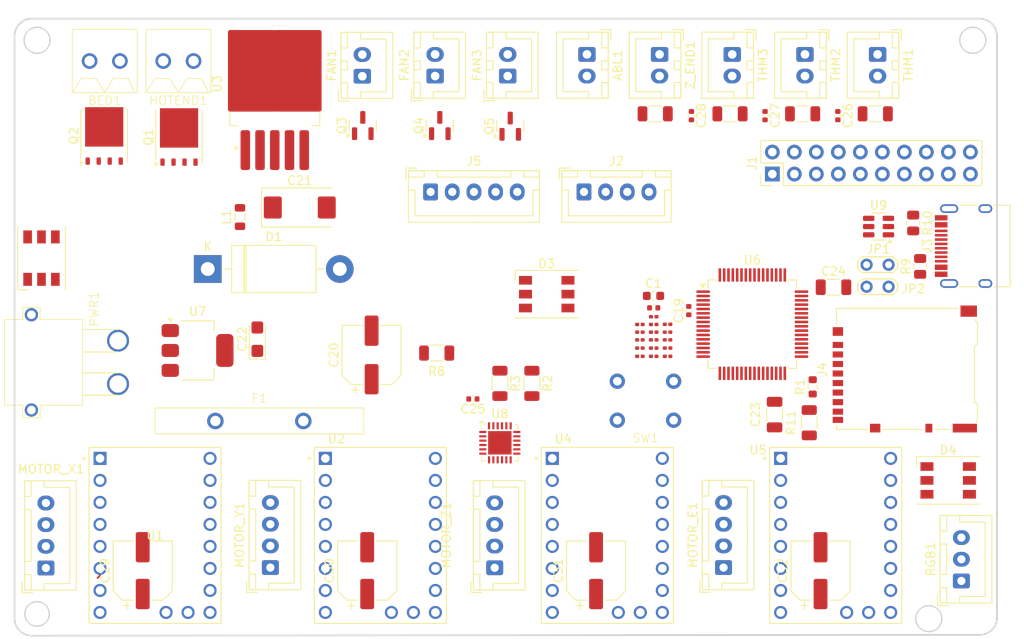
<source format=kicad_pcb>
(kicad_pcb (version 20240108) (generator "pcbnew") (generator_version "8.0")
  (layers (0 "F.Cu" signal) (31 "B.Cu" signal) (34 "B.Paste" user) (35 "F.Paste" user) (36 "B.SilkS" user "B.Silkscreen") (37 "F.SilkS" user "F.Silkscreen") (38 "B.Mask" user) (39 "F.Mask" user) (44 "Edge.Cuts" user))
  (net 0 "")
  (net 1 "ABL")
  (net 2 "GND")
  (net 3 "+24V")
  (net 4 "Net-(BED1-Pin_1)")
  (net 5 "+3V3")
  (net 6 "Net-(U6-NRST)")
  (net 7 "+5V")
  (net 8 "Net-(U6-VCAP_1)")
  (net 9 "Net-(U6-VCAP_2)")
  (net 10 "T0")
  (net 11 "T1")
  (net 12 "T2")
  (net 13 "Net-(D1-K)")
  (net 14 "NEOPIXEL_DIN")
  (net 16 "Net-(D2-DOUT)")
  (net 18 "Net-(D3-DOUT)")
  (net 20 "NEOPIXEL_DOUT")
  (net 21 "Net-(F1-Pad1)")
  (net 22 "Net-(FAN1-Pin_1)")
  (net 23 "Net-(FAN2-Pin_1)")
  (net 24 "Net-(FAN3-Pin_1)")
  (net 25 "Net-(HOTEND1-Pin_1)")
  (net 26 "PC7")
  (net 27 "PA4")
  (net 28 "PB3")
  (net 29 "PB15")
  (net 30 "PA5")
  (net 31 "PA2")
  (net 32 "PA3")
  (net 33 "PC6")
  (net 34 "SCRN_SCL")
  (net 35 "SCRN_SDA")
  (net 36 "/RAW_D+")
  (net 37 "Net-(J3-CC1)")
  (net 38 "VBUS")
  (net 40 "Net-(J3-CC2)")
  (net 42 "SD_D2")
  (net 43 "SD_D0")
  (net 44 "SD_CONN")
  (net 45 "SD_D1")
  (net 46 "SD_D3")
  (net 47 "SD_CMD")
  (net 48 "SD_CLK")
  (net 49 "Net-(JP1-B)")
  (net 50 "Net-(MOTOR_E1-Pin_1)")
  (net 51 "Net-(MOTOR_E1-Pin_4)")
  (net 52 "Net-(MOTOR_E1-Pin_3)")
  (net 53 "Net-(MOTOR_E1-Pin_2)")
  (net 54 "Net-(MOTOR_X1-Pin_3)")
  (net 55 "Net-(MOTOR_X1-Pin_1)")
  (net 56 "Net-(MOTOR_X1-Pin_2)")
  (net 57 "Net-(MOTOR_X1-Pin_4)")
  (net 58 "Net-(MOTOR_Y1-Pin_4)")
  (net 59 "Net-(MOTOR_Y1-Pin_3)")
  (net 60 "Net-(MOTOR_Y1-Pin_1)")
  (net 61 "Net-(MOTOR_Y1-Pin_2)")
  (net 62 "Net-(MOTOR_Z1-Pin_1)")
  (net 63 "Net-(MOTOR_Z1-Pin_3)")
  (net 64 "Net-(MOTOR_Z1-Pin_2)")
  (net 65 "Net-(MOTOR_Z1-Pin_4)")
  (net 66 "HOTEND")
  (net 67 "BED")
  (net 68 "FAN1")
  (net 69 "FAN2")
  (net 70 "FAN3")
  (net 71 "UART_TX")
  (net 72 "DRIVER_UART")
  (net 73 "STEP_SCL")
  (net 74 "STEP_SDA")
  (net 75 "Z_END")
  (net 76 "EN_BTN")
  (net 77 "EN_FOR")
  (net 78 "EN_REV")
  (net 79 "INDEX_X1")
  (net 82 "DRIVER_SPRD")
  (net 83 "EN_X1")
  (net 85 "STEP_X1")
  (net 86 "DIAG_X1")
  (net 87 "DIR_X1")
  (net 90 "DIAG_Y1")
  (net 91 "EN_Y1")
  (net 92 "STEP_Y1")
  (net 93 "DIR_Y1")
  (net 95 "INDEX_Y1")
  (net 96 "DIR_Z1")
  (net 97 "EN_Z1")
  (net 100 "INDEX_Z1")
  (net 101 "STEP_Z1")
  (net 103 "DIAG_Z1")
  (net 104 "EN_E1")
  (net 106 "STEP_E1")
  (net 109 "DIAG_E1")
  (net 110 "INDEX_E1")
  (net 111 "DIR_E1")
  (net 118 "USB_DM")
  (net 119 "USB_DP")
  (net 123 "/RAW_D-")
  (footprint "Capacitor_SMD:CP_Elec_6.3x5.8" (layer "F.Cu") (at 217.104 91.31 90)
    (property "Reference" "C32")
    (property "Value" "100uF")
  )
  (footprint "Capacitor_SMD:C_0201_0603Metric" (layer "F.Cu") (at 196.255 66.575)
    (property "Reference" "C7" (hide yes))
    (property "Value" "100nF")
  )
  (footprint "Package_TO_SOT_SMD:SOT-223-3_TabPin2" (layer "F.Cu") (at 145.2 65.9)
    (property "Reference" "U7")
    (property "Value" "AMS1117-3.3")
  )
  (footprint "Capacitor_SMD:C_0201_0603Metric" (layer "F.Cu") (at 199.45 66.576)
    (property "Reference" "C14" (hide yes))
    (property "Value" "100nF")
  )
  (footprint "Resistor_SMD:R_1206_3216Metric" (layer "F.Cu") (at 223.418 38.588)
    (property "Reference" "R4" (hide yes))
    (property "Value" "4.7k")
  )
  (footprint "Inductor_SMD:L_0805_2012Metric" (layer "F.Cu") (at 150.1 50.5 90)
    (property "Reference" "L1")
    (property "Value" "100uH")
  )
  (footprint "Resistor_SMD:R_1206_3216Metric" (layer "F.Cu") (at 172.8 66.2)
    (property "Reference" "R8")
    (property "Value" "4.7k")
  )
  (footprint "Capacitor_SMD:C_0402_1005Metric" (layer "F.Cu") (at 210.7 38.8 -90)
    (property "Reference" "C27")
    (property "Value" "0.1uF")
  )
  (footprint "Connector_PinHeader_2.54mm:PinHeader_2x10_P2.54mm_Vertical" (layer "F.Cu") (at 211.54 45.54 90)
    (property "Reference" "J1")
    (property "Value" "Conn_02x10_Odd_Even")
  )
  (footprint "LED_SMD:LED_WS2812_PLCC6_5.0x5.0mm_P1.6mm" (layer "F.Cu") (at 185.5 59.4)
    (property "Reference" "D3")
    (property "Value" "WS2812")
  )
  (footprint "Package_DFN_QFN:QFN-24-1EP_4x4mm_P0.5mm_EP2.7x2.7mm" (layer "F.Cu") (at 180.0895 76.558)
    (property "Reference" "U8")
    (property "Value" "AW9523B")
  )
  (footprint "LED_SMD:LED_WS2812_PLCC6_5.0x5.0mm_P1.6mm" (layer "F.Cu") (at 231.836 80.896)
    (property "Reference" "D4")
    (property "Value" "WS2812")
  )
  (footprint "Capacitor_SMD:C_1206_3216Metric" (layer "F.Cu") (at 218.6 58.6)
    (property "Reference" "C24")
    (property "Value" "2.2uF")
  )
  (footprint "Connector_Card:microSD_HC_Hirose_DM3AT-SF-PEJM5" (layer "F.Cu") (at 226.831 68.036 90)
    (property "Reference" "J4")
    (property "Value" "Micro_SD_Card_Det2" (hide yes))
  )
  (footprint "Package_TO_SOT_SMD:SOT-23" (layer "F.Cu") (at 181.29 40.018 90)
    (property "Reference" "Q5")
    (property "Value" "AO3400A")
  )
  (footprint "Connector_JST:JST_XH_B2B-XH-A_1x02_P2.50mm_Vertical" (layer "F.Cu") (at 198.526 31.73 -90)
    (property "Reference" "Z_END1")
    (property "Value" "Conn_01x02_Socket")
  )
  (footprint "Resistor_SMD:R_1206_3216Metric" (layer "F.Cu") (at 206.654 38.588)
    (property "Reference" "R7" (hide yes))
    (property "Value" "4.7k")
  )
  (footprint "Capacitor_SMD:C_0201_0603Metric" (layer "F.Cu") (at 196.255 63.789)
    (property "Reference" "C4" (hide yes))
    (property "Value" "100nF")
  )
  (footprint "Capacitor_SMD:CP_Elec_6.3x5.9" (layer "F.Cu") (at 165.288 66.418 90)
    (property "Reference" "C20")
    (property "Value" "100uF")
  )
  (footprint "ad-hoc:Fuse_RUEF900" (layer "F.Cu") (at 152.334 74.038)
    (property "Reference" "F1")
    (property "Value" "RUEF900")
  )
  (footprint "Connector_JST:JST_XH_B4B-XH-A_1x04_P2.50mm_Vertical" (layer "F.Cu") (at 127.696 91.006 90)
    (property "Reference" "MOTOR_X1")
    (property "Value" "Conn_01x04_Socket")
  )
  (footprint "Resistor_SMD:R_1206_3216Metric" (layer "F.Cu") (at 183.79 69.7 -90)
    (property "Reference" "R2")
    (property "Value" "4.7k")
  )
  (footprint "Package_TO_SOT_SMD:TO-263-5_TabPin3" (layer "F.Cu") (at 154.112 35.125 90)
    (property "Reference" "U3")
    (property "Value" "LY1576HVS-5")
  )
  (footprint "Connector_JST:JST_XH_B2B-XH-A_1x02_P2.50mm_Vertical" (layer "F.Cu") (at 164.219 34.25 90)
    (property "Reference" "FAN1")
    (property "Value" "Conn_01x02_Socket")
  )
  (footprint "Capacitor_SMD:C_0201_0603Metric" (layer "F.Cu") (at 197.854 62.9)
    (property "Reference" "C9" (hide yes))
    (property "Value" "100nF")
  )
  (footprint "Capacitor_SMD:C_0201_0603Metric" (layer "F.Cu") (at 199.45 65.621)
    (property "Reference" "C18" (hide yes))
    (property "Value" "100nF")
  )
  (footprint "Package_TO_SOT_SMD:SOT-23-6" (layer "F.Cu") (at 223.8 51.6 180)
    (property "Reference" "U9")
    (property "Value" "USBLC6-2SC6")
  )
  (footprint "Capacitor_SMD:C_0201_0603Metric" (layer "F.Cu") (at 199.445 62.881)
    (property "Reference" "C15" (hide yes))
    (property "Value" "100nF")
  )
  (footprint "Capacitor_Tantalum_SMD:CP_EIA-3216-18_Kemet-A" (layer "F.Cu") (at 152.1 64.6 90)
    (property "Reference" "C22")
    (property "Value" "22uF")
  )
  (footprint "Connector_JST:JST_XH_B2B-XH-A_1x02_P2.50mm_Vertical" (layer "F.Cu") (at 206.908 31.73 -90)
    (property "Reference" "THM3")
    (property "Value" "Conn_01x02_Socket")
  )
  (footprint "Capacitor_Tantalum_SMD:CP_EIA-7343-43_Kemet-X" (layer "F.Cu") (at 157 49.4)
    (property "Reference" "C21")
    (property "Value" "1000uF")
  )
  (footprint "ad-hoc:ScrewTerminal-2pin-MKDS_1_2-3_5" (layer "F.Cu") (at 142.99 32.492)
    (property "Reference" "HOTEND1")
    (property "Value" "Conn_01x02_Socket")
  )
  (footprint "Package_TO_SOT_SMD:TDSON-8-1" (layer "F.Cu") (at 143.063 41.264 90)
    (property "Reference" "Q1")
    (property "Value" "FDMS86202")
  )
  (footprint "Resistor_SMD:R_1206_3216Metric" (layer "F.Cu") (at 215.036 38.588)
    (property "Reference" "R6" (hide yes))
    (property "Value" "4.7k")
  )
  (footprint "Capacitor_SMD:C_0201_0603Metric" (layer "F.Cu") (at 196.255 62.9)
    (property "Reference" "C3" (hide yes))
    (property "Value" "100nF")
  )
  (footprint "Package_TO_SOT_SMD:TDSON-8-1" (layer "F.Cu") (at 134.427 41.145 90)
    (property "Reference" "Q2")
    (property "Value" "FDMS86202")
  )
  (footprint "Resistor_SMD:R_0805_2012Metric" (layer "F.Cu") (at 227.8 51.1875 -90)
    (property "Reference" "R10")
    (property "Value" "5.1k")
  )
  (footprint "Package_TO_SOT_SMD:SOT-23" (layer "F.Cu") (at 164.272 39.9395 90)
    (property "Reference" "Q3")
    (property "Value" "AO3400A")
  )
  (footprint "Capacitor_SMD:C_1206_3216Metric" (layer "F.Cu") (at 211.8 73.3 -90)
    (property "Reference" "C23")
    (property "Value" "2.2uF")
  )
  (footprint "Package_QFP:LQFP-64_10x10mm_P0.5mm" (layer "F.Cu") (at 209.23 62.862)
    (property "Reference" "U6")
    (property "Value" "STZ12F405RGTx")
  )
  (footprint "Connector_JST:JST_XH_B2B-XH-A_1x02_P2.50mm_Vertical" (layer "F.Cu") (at 190.144 31.73 -90)
    (property "Reference" "ABL1")
    (property "Value" "Conn_01x02_Socket")
  )
  (footprint "Capacitor_SMD:C_0201_0603Metric" (layer "F.Cu") (at 199.445 63.789)
    (property "Reference" "C16" (hide yes))
    (property "Value" "100nF")
  )
  (footprint "Capacitor_SMD:C_0201_0603Metric" (layer "F.Cu") (at 197.854 65.625)
    (property "Reference" "C12" (hide yes))
    (property "Value" "100nF")
  )
  (footprint "ad-hoc:XT30PW-M" (layer "F.Cu") (at 136.025 67.275 90)
    (property "Reference" "PWR1")
    (property "Value" "~")
  )
  (footprint "TestPoint:TestPoint_2Pads_Pitch2.54mm_Drill0.8mm" (layer "F.Cu") (at 224.958 56.004 180)
    (property "Reference" "JP1")
    (property "Value" "Jumper_2_Open")
  )
  (footprint "Capacitor_SMD:C_0402_1005Metric" (layer "F.Cu") (at 202.2 38.8 -90)
    (property "Reference" "C28")
    (property "Value" "0.1uF")
  )
  (footprint "Capacitor_SMD:CP_Elec_6.3x5.8" (layer "F.Cu") (at 191.196 91.31 90)
    (property "Reference" "C31")
    (property "Value" "100uF")
  )
  (footprint "Resistor_SMD:R_1206_3216Metric" (layer "F.Cu") (at 180.1 69.7 -90)
    (property "Reference" "R3")
    (property "Value" "4.7k")
  )
  (footprint "Capacitor_SMD:C_0201_0603Metric" (layer "F.Cu") (at 196.255 65.625)
    (property "Reference" "C6" (hide yes))
    (property "Value" "100nF")
  )
  (footprint "Diode_THT:D_DO-201AD_P15.24mm_Horizontal" (layer "F.Cu") (at 146.38 56.5)
    (property "Reference" "D1")
    (property "Value" "D_Schottky")
  )
  (footprint "Connector_JST:JST_XH_B4B-XH-A_1x04_P2.50mm_Vertical" (layer "F.Cu") (at 179.495 90.981 90)
    (property "Reference" "MOTOR_Z1")
    (property "Value" "Conn_01x04_Socket")
  )
  (footprint "Connector_JST:JST_XH_B5B-XH-A_1x05_P2.50mm_Vertical" (layer "F.Cu") (at 172.1 47.6)
    (property "Reference" "J5")
    (property "Value" "Encoder")
  )
  (footprint "Connector_JST:JST_XH_B4B-XH-A_1x04_P2.50mm_Vertical" (layer "F.Cu") (at 205.911 90.956 90)
    (property "Reference" "MOTOR_E1")
    (property "Value" "Conn_01x04_Socket")
  )
  (footprint "Resistor_SMD:R_0603_1608Metric" (layer "F.Cu") (at 216.2 70.1 90)
    (property "Reference" "R1")
    (property "Value" "1k")
  )
  (footprint "Connector_USB:USB_C_Receptacle_HRO_TYPE-C-31-M-12" (layer "F.Cu") (at 235.075 53.85 90)
    (property "Reference" "J3")
    (property "Value" "USB_C_Receptacle_USB2.0_16P" (hide yes))
  )
  (footprint "Connector_JST:JST_XH_B2B-XH-A_1x02_P2.50mm_Vertical" (layer "F.Cu") (at 172.618 34.23 90)
    (property "Reference" "FAN2")
    (property "Value" "Conn_01x02_Socket")
  )
  (footprint "ad-hoc:ALPSALPINE_TopPush_Button" (layer "F.Cu") (at 196.9 71.7)
    (property "Reference" "SW1")
    (property "Value" "~")
  )
  (footprint "Connector_JST:JST_XH_B4B-XH-A_1x04_P2.50mm_Vertical" (layer "F.Cu") (at 153.604 90.956 90)
    (property "Reference" "MOTOR_Y1")
    (property "Value" "Conn_01x04_Socket")
  )
  (footprint "TMC2209-SilentStepStick:MODULE_TMC2209_SILENTSTEPSTICK" (layer "F.Cu") (at 140.296 87.246)
    (property "Reference" "U1")
    (property "Value" "TMC2209_SilentStepStick")
  )
  (footprint "Capacitor_SMD:C_0402_1005Metric" (layer "F.Cu") (at 176.98 71.5 180)
    (property "Reference" "C25")
    (property "Value" "1uF")
  )
  (footprint "Capacitor_SMD:C_0201_0603Metric" (layer "F.Cu") (at 197.854 66.575)
    (property "Reference" "C13" (hide yes))
    (property "Value" "100nF")
  )
  (footprint "Package_TO_SOT_SMD:SOT-23" (layer "F.Cu") (at 173.162 39.9395 90)
    (property "Reference" "Q4")
    (property "Value" "AO3400A")
  )
  (footprint "Connector_JST:JST_XH_B2B-XH-A_1x02_P2.50mm_Vertical" (layer "F.Cu") (at 181 34.23 90)
    (property "Reference" "FAN3")
    (property "Value" "Conn_01x02_Socket")
  )
  (footprint "Capacitor_SMD:C_0201_0603Metric" (layer "F.Cu") (at 199.445 64.675)
    (property "Reference" "C17" (hide yes))
    (property "Value" "100nF")
  )
  (footprint "Capacitor_SMD:CP_Elec_6.3x5.8" (layer "F.Cu") (at 138.872 91.31 90)
    (property "Reference" "C29")
    (property "Value" "100uF")
  )
  (footprint "Capacitor_SMD:CP_Elec_6.3x5.8" (layer "F.Cu") (at 164.78 91.31 90)
    (property "Reference" "C30")
    (property "Value" "100uF")
  )
  (footprint "Capacitor_SMD:C_0402_1005Metric" (layer "F.Cu") (at 201.9 61.3 90)
    (property "Reference" "C19")
    (property "Value" "0.1uF")
  )
  (footprint "Capacitor_SMD:C_0402_1005Metric" (layer "F.Cu") (at 197.846 60.982)
    (property "Reference" "C2" (hide yes))
    (property "Value" "1uF")
  )
  (footprint "Connector_JST:JST_XH_B3B-XH-A_1x03_P2.50mm_Vertical" (layer "F.Cu") (at 233.36 92.5 90)
    (property "Reference" "RGB1")
    (property "Value" "Conn_01x03_Socket")
  )
  (footprint "Capacitor_SMD:C_0201_0603Metric" (layer "F.Cu") (at 197.85 62.006)
    (property "Reference" "C8" (hide yes))
    (property "Value" "100nF")
  )
  (footprint "Capacitor_SMD:C_0201_0603Metric" (layer "F.Cu") (at 197.854 63.789)
    (property "Reference" "C10" (hide yes))
    (property "Value" "100nF")
  )
  (footprint "TMC2209-SilentStepStick:MODULE_TMC2209_SILENTSTEPSTICK" (layer "F.Cu") (at 192.496 87.246)
    (property "Reference" "U4")
    (property "Value" "TMC2209_SilentStepStick")
  )
  (footprint "TestPoint:TestPoint_2Pads_Pitch2.54mm_Drill0.8mm" (layer "F.Cu") (at 224.958 58.544 180)
    (property "Reference" "JP2")
    (property "Value" "Jumper_2_Bridged")
  )
  (footprint "Capacitor_SMD:C_0402_1005Metric" (layer "F.Cu") (at 219.1 38.8 -90)
    (property "Reference" "C26")
    (property "Value" "0.1uF")
  )
  (footprint "Connector_JST:JST_XH_B4B-XH-A_1x04_P2.50mm_Vertical" (layer "F.Cu") (at 189.8 47.6)
    (property "Reference" "J2")
    (property "Value" "SSD1306")
  )
  (footprint "Resistor_SMD:R_1206_3216Metric" (layer "F.Cu") (at 215.8 74.2375 -90)
    (property "Reference" "R11")
    (property "Value" "4.7k")
  )
  (footprint "Capacitor_SMD:C_0603_1608Metric" (layer "F.Cu") (at 197.825 59.6)
    (property "Reference" "C1")
    (property "Value" "4.7uF")
  )
  (footprint "Resistor_SMD:R_0805_2012Metric" (layer "F.Cu") (at 228.6 56.2 90)
    (property "Reference" "R9")
    (property "Value" "5.1k")
  )
  (footprint "LED_SMD:LED_WS2812_PLCC6_5.0x5.0mm_P1.6mm" (layer "F.Cu") (at 127.188 55.242 90)
    (property "Reference" "D2" (hide yes))
    (property "Value" "WS2812")
  )
  (footprint "Connector_JST:JST_XH_B2B-XH-A_1x02_P2.50mm_Vertical" (layer "F.Cu") (at 223.689 31.73 -90)
    (property "Reference" "THM1")
    (property "Value" "Conn_01x02_Socket")
  )
  (footprint "Resistor_SMD:R_1206_3216Metric" (layer "F.Cu") (at 198.018 38.588)
    (property "Reference" "R5" (hide yes))
    (property "Value" "4.7k")
  )
  (footprint "ad-hoc:ScrewTerminal-2pin-MKDS_1_2-3_5" (layer "F.Cu") (at 134.49 32.492)
    (property "Reference" "BED1")
    (property "Value" "Conn_01x02_Socket")
  )
  (footprint "TMC2209-SilentStepStick:MODULE_TMC2209_SILENTSTEPSTICK" (layer "F.Cu") (at 218.846 87.246)
    (property "Reference" "U5")
    (property "Value" "TMC2209_SilentStepStick")
  )
  (footprint "Capacitor_SMD:C_0201_0603Metric" (layer "F.Cu") (at 197.854 64.675)
    (property "Reference" "C11" (hide yes))
    (property "Value" "100nF")
  )
  (footprint "Capacitor_SMD:C_0201_0603Metric" (layer "F.Cu") (at 196.255 64.675)
    (property "Reference" "C5" (hide yes))
    (property "Value" "100nF")
  )
  (footprint "Connector_JST:JST_XH_B2B-XH-A_1x02_P2.50mm_Vertical" (layer "F.Cu") (at 215.307 31.73 -90)
    (property "Reference" "THM2")
    (property "Value" "Conn_01x02_Socket")
  )
  (footprint "TMC2209-SilentStepStick:MODULE_TMC2209_SILENTSTEPSTICK" (layer "F.Cu") (at 166.304 87.246)
    (property "Reference" "U2")
    (property "Value" "TMC2209_SilentStepStick")
  )
  (gr_line (start 235.453694 98.718562) (end 126.090213 98.820213) (stroke (width 0.2)) (layer "Edge.Cuts"))
  (gr_line (start 235.451736 27.600002) (end 126.090214 27.6) (stroke (width 0.2)) (layer "Edge.Cuts"))
  (gr_arc (start 235.451736 27.600002) (mid 236.876006 28.189959) (end 237.465949 29.614215) (stroke (width 0.2)) (layer "Edge.Cuts"))
  (gr_circle (center 234.676 30.1) (end 236.176 30.1) (stroke (width 0.15)) (fill none) (layer "Edge.Cuts"))
  (gr_arc (start 126.090213 98.820213) (mid 124.665943 98.23027) (end 124.076 96.806) (stroke (width 0.2)) (layer "Edge.Cuts"))
  (gr_circle (center 126.676 30.1) (end 128.176 30.1) (stroke (width 0.15)) (fill none) (layer "Edge.Cuts"))
  (gr_circle (center 126.676 96.306) (end 127.676 97.306) (stroke (width 0.15)) (fill none) (layer "Edge.Cuts"))
  (gr_line (start 124.076 29.614214) (end 124.076 96.806) (stroke (width 0.2)) (layer "Edge.Cuts"))
  (gr_circle (center 229.596 96.856) (end 231.096 96.856) (stroke (width 0.15)) (fill none) (layer "Edge.Cuts"))
  (gr_arc (start 124.076 29.614214) (mid 124.665946 28.189946) (end 126.090214 27.6) (stroke (width 0.2)) (layer "Edge.Cuts"))
  (gr_arc (start 237.465948 96.806001) (mid 236.852498 98.175427) (end 235.453694 98.718562) (stroke (width 0.2)) (layer "Edge.Cuts"))
  (gr_line (start 237.465949 29.614215) (end 237.465949 96.806001) (stroke (width 0.2)) (layer "Edge.Cuts"))
  (segment (start 133.656 92.156) (end 133.946 91.866) (width 0.2) (layer "F.Cu") (net 55))
)
</source>
